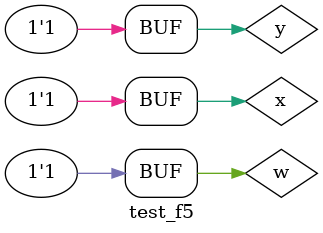
<source format=v>
module f ( output s, input a, input b, input c );
 wire w1, w2, w3, w4;
 not NOT_1 (w1, b);
 not NOT_2 (w2, c);
 and AND_1 (w3, a, w2);
 and AND_2 (w4, a, w1, c);
 or OR__1 (s, w3 ,w4);
 endmodule // s = f (a,b,c)
module test_f5;
// ------------------------- definir dados
reg x;
reg y;
reg w;
wire s;
f moduloA ( s, x, y, w );
// ------------------------- parte principal
initial
begin : main
$display("Victor Ferraz de Moraes - 802371");
$display("Test module");
$display(" x  y  w  s");
// projetar testes do modulo
$monitor("%2b %2b %2b %2b", x, y, w, s);
x = 1'b0; y = 1'b0; w = 1'b0;
 #1 x=0; y=0; w=0;
 #1 x=0; y=0; w=1;
 #1 x=0; y=1; w=0;
 #1 x=0; y=1; w=1;
 #1 x=1; y=0; w=0;
 #1 x=1; y=0; w=1;
 #1 x=1; y=1; w=0;
 #1 x=1; y=1; w=1;
end
endmodule // test_f5
</source>
